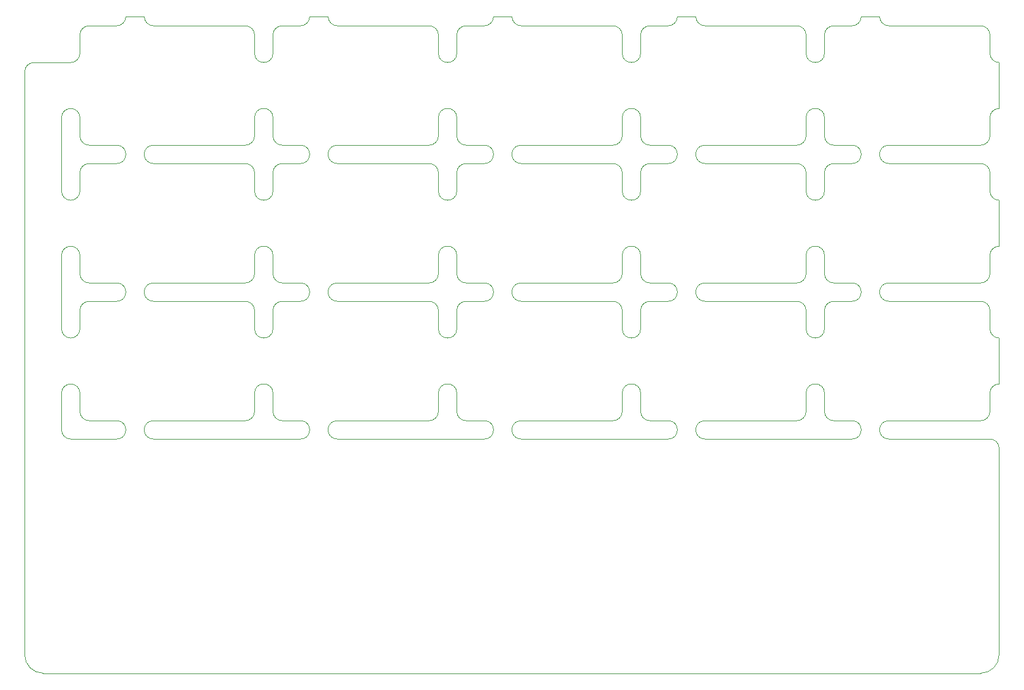
<source format=gbr>
%TF.GenerationSoftware,KiCad,Pcbnew,(6.0.0)*%
%TF.CreationDate,2022-08-09T18:09:24+02:00*%
%TF.ProjectId,matrix,6d617472-6978-42e6-9b69-6361645f7063,rev?*%
%TF.SameCoordinates,Original*%
%TF.FileFunction,Profile,NP*%
%FSLAX46Y46*%
G04 Gerber Fmt 4.6, Leading zero omitted, Abs format (unit mm)*
G04 Created by KiCad (PCBNEW (6.0.0)) date 2022-08-09 18:09:24*
%MOMM*%
%LPD*%
G01*
G04 APERTURE LIST*
%TA.AperFunction,Profile*%
%ADD10C,0.100000*%
%TD*%
G04 APERTURE END LIST*
D10*
X-508000000Y79375000D02*
X-508000000Y73025000D01*
X-619125000Y103505000D02*
X-612140000Y103505000D01*
X-600710000Y123825000D02*
G75*
G03*
X-599440000Y122555000I1269999J-1D01*
G01*
X-636270000Y98425000D02*
G75*
G03*
X-635000000Y99695000I1J1269999D01*
G01*
X-604520000Y103505000D02*
G75*
G03*
X-604520000Y106045000I0J1270000D01*
G01*
X-635000000Y109855000D02*
G75*
G03*
X-636270000Y111125000I-1269999J1D01*
G01*
X-635000000Y83185000D02*
X-635000000Y80645000D01*
X-608330000Y71755000D02*
G75*
G03*
X-610870000Y71755000I-1270000J0D01*
G01*
X-586740000Y106045000D02*
X-599440000Y106045000D01*
X-577850000Y123825000D02*
X-575310000Y123825000D01*
X-534670000Y121285000D02*
G75*
G03*
X-535940000Y122555000I-1269999J1D01*
G01*
X-593725000Y65405000D02*
X-586740000Y65405000D01*
X-635000000Y107315000D02*
X-635000000Y109855000D01*
X-528955000Y103505000D02*
X-528320000Y103505000D01*
X-532130000Y83185000D02*
X-532130000Y80645000D01*
X-532130000Y107315000D02*
X-532130000Y109855000D01*
X-523240000Y67945000D02*
X-510540000Y67945000D01*
X-574040000Y106045000D02*
G75*
G03*
X-574040000Y103505000I0J-1270000D01*
G01*
X-534670000Y83185000D02*
G75*
G03*
X-535940000Y84455000I-1269999J1D01*
G01*
X-593725000Y84455000D02*
X-599440000Y84455000D01*
X-632460000Y122555000D02*
X-629920000Y122555000D01*
X-579755000Y103505000D02*
X-579120000Y103505000D01*
X-585470000Y83185000D02*
X-585470000Y80645000D01*
X-528320000Y106045000D02*
X-530860000Y106045000D01*
X-582930000Y102235000D02*
X-582930000Y99695000D01*
X-548640000Y122555000D02*
X-535940000Y122555000D01*
X-637540000Y90805000D02*
X-637540000Y80645000D01*
X-535940000Y67945000D02*
G75*
G03*
X-534670000Y69215000I1J1269999D01*
G01*
X-579755000Y65405000D02*
X-579120000Y65405000D01*
X-508000000Y111125000D02*
G75*
G03*
X-509270000Y109855000I-1J-1269999D01*
G01*
X-585470000Y80645000D02*
G75*
G03*
X-582930000Y80645000I1270000J0D01*
G01*
X-612140000Y67945000D02*
G75*
G03*
X-610870000Y69215000I1J1269999D01*
G01*
X-582930000Y88265000D02*
X-582930000Y90805000D01*
X-636270000Y65405000D02*
X-629920000Y65405000D01*
X-542925000Y103505000D02*
X-535940000Y103505000D01*
X-607060000Y103505000D02*
X-605155000Y103505000D01*
X-530860000Y122555000D02*
X-528320000Y122555000D01*
X-624840000Y106045000D02*
G75*
G03*
X-624840000Y103505000I0J-1270000D01*
G01*
X-636270000Y117475000D02*
X-641350000Y117475000D01*
X-635000000Y107315000D02*
G75*
G03*
X-633730000Y106045000I1269999J-1D01*
G01*
X-581660000Y122555000D02*
X-579120000Y122555000D01*
X-534670000Y99695000D02*
G75*
G03*
X-532130000Y99695000I1270000J0D01*
G01*
X-535940000Y106045000D02*
G75*
G03*
X-534670000Y107315000I1J1269999D01*
G01*
X-534670000Y102235000D02*
G75*
G03*
X-535940000Y103505000I-1269999J1D01*
G01*
X-535940000Y106045000D02*
X-548640000Y106045000D01*
X-509270000Y107315000D02*
X-509270000Y109855000D01*
X-579120000Y86995000D02*
X-581660000Y86995000D01*
X-530860000Y84455000D02*
G75*
G03*
X-532130000Y83185000I-1J-1269999D01*
G01*
X-532130000Y69215000D02*
G75*
G03*
X-530860000Y67945000I1269999J-1D01*
G01*
X-637540000Y80645000D02*
G75*
G03*
X-636270000Y79375000I1269999J-1D01*
G01*
X-528320000Y67945000D02*
X-530860000Y67945000D01*
X-553720000Y65405000D02*
G75*
G03*
X-553720000Y67945000I0J1270000D01*
G01*
X-624840000Y67945000D02*
G75*
G03*
X-624840000Y65405000I0J-1270000D01*
G01*
X-636270000Y79375000D02*
G75*
G03*
X-635000000Y80645000I1J1269999D01*
G01*
X-528955000Y84455000D02*
X-528320000Y84455000D01*
X-633730000Y67945000D02*
X-629920000Y67945000D01*
X-534670000Y80645000D02*
G75*
G03*
X-532130000Y80645000I1270000J0D01*
G01*
X-619125000Y65405000D02*
X-612140000Y65405000D01*
X-635000000Y69215000D02*
G75*
G03*
X-633730000Y67945000I1269999J-1D01*
G01*
X-568325000Y103505000D02*
X-574040000Y103505000D01*
X-579120000Y103505000D02*
G75*
G03*
X-579120000Y106045000I0J1270000D01*
G01*
X-582930000Y107315000D02*
G75*
G03*
X-581660000Y106045000I1269999J-1D01*
G01*
X-599440000Y122555000D02*
X-586740000Y122555000D01*
X-624840000Y86995000D02*
G75*
G03*
X-624840000Y84455000I0J-1270000D01*
G01*
X-560070000Y102235000D02*
X-560070000Y99695000D01*
X-557530000Y69215000D02*
X-557530000Y71755000D01*
X-604520000Y65405000D02*
G75*
G03*
X-604520000Y67945000I0J1270000D01*
G01*
X-581660000Y103505000D02*
G75*
G03*
X-582930000Y102235000I-1J-1269999D01*
G01*
X-626110000Y123825000D02*
G75*
G03*
X-624840000Y122555000I1269999J-1D01*
G01*
X-508000000Y64135000D02*
X-508000000Y35560000D01*
X-548640000Y106045000D02*
G75*
G03*
X-548640000Y103505000I0J-1270000D01*
G01*
X-604520000Y67945000D02*
X-607060000Y67945000D01*
X-585470000Y121285000D02*
X-585470000Y118745000D01*
X-635000000Y90805000D02*
G75*
G03*
X-636270000Y92075000I-1269999J1D01*
G01*
X-534670000Y107315000D02*
X-534670000Y109855000D01*
X-610870000Y80645000D02*
G75*
G03*
X-608330000Y80645000I1270000J0D01*
G01*
X-593725000Y103505000D02*
X-599440000Y103505000D01*
X-586740000Y65405000D02*
X-579755000Y65405000D01*
X-535940000Y86995000D02*
G75*
G03*
X-534670000Y88265000I1J1269999D01*
G01*
X-633730000Y122555000D02*
G75*
G03*
X-635000000Y121285000I-1J-1269999D01*
G01*
X-509270000Y121285000D02*
X-509270000Y118745000D01*
X-508000000Y117475000D02*
X-508000000Y111125000D01*
X-635000000Y121285000D02*
X-635000000Y118745000D01*
X-509270000Y88265000D02*
X-509270000Y90805000D01*
X-508000000Y73025000D02*
G75*
G03*
X-509270000Y71755000I-1J-1269999D01*
G01*
X-574040000Y122555000D02*
X-561340000Y122555000D01*
X-635000000Y102235000D02*
X-635000000Y99695000D01*
X-560070000Y121285000D02*
X-560070000Y118745000D01*
X-542925000Y103505000D02*
X-548640000Y103505000D01*
X-528320000Y84455000D02*
G75*
G03*
X-528320000Y86995000I0J1270000D01*
G01*
X-579755000Y84455000D02*
X-579120000Y84455000D01*
X-582930000Y71755000D02*
G75*
G03*
X-585470000Y71755000I-1270000J0D01*
G01*
X-574040000Y86995000D02*
G75*
G03*
X-574040000Y84455000I0J-1270000D01*
G01*
X-610870000Y99695000D02*
G75*
G03*
X-608330000Y99695000I1270000J0D01*
G01*
X-560070000Y99695000D02*
G75*
G03*
X-557530000Y99695000I1270000J0D01*
G01*
X-629920000Y84455000D02*
G75*
G03*
X-629920000Y86995000I0J1270000D01*
G01*
X-553720000Y67945000D02*
X-556260000Y67945000D01*
X-508000000Y64135000D02*
G75*
G03*
X-509270000Y65405000I-1269999J1D01*
G01*
X-642620000Y35560000D02*
G75*
G03*
X-640080000Y33020000I2540001J1D01*
G01*
X-509270000Y99695000D02*
G75*
G03*
X-508000000Y98425000I1269999J-1D01*
G01*
X-586740000Y86995000D02*
X-599440000Y86995000D01*
X-608330000Y88265000D02*
X-608330000Y90805000D01*
X-561340000Y67945000D02*
X-574040000Y67945000D01*
X-509270000Y118745000D02*
G75*
G03*
X-508000000Y117475000I1269999J-1D01*
G01*
X-608330000Y69215000D02*
X-608330000Y71755000D01*
X-534670000Y121285000D02*
X-534670000Y118745000D01*
X-568325000Y103505000D02*
X-561340000Y103505000D01*
X-509270000Y83185000D02*
G75*
G03*
X-510540000Y84455000I-1269999J1D01*
G01*
X-561340000Y65405000D02*
X-554355000Y65405000D01*
X-633730000Y86995000D02*
X-629920000Y86995000D01*
X-509270000Y102235000D02*
X-509270000Y99695000D01*
X-557530000Y109855000D02*
G75*
G03*
X-560070000Y109855000I-1270000J0D01*
G01*
X-560070000Y107315000D02*
X-560070000Y109855000D01*
X-557530000Y107315000D02*
G75*
G03*
X-556260000Y106045000I1269999J-1D01*
G01*
X-607060000Y84455000D02*
X-605155000Y84455000D01*
X-610870000Y88265000D02*
X-610870000Y90805000D01*
X-608330000Y109855000D02*
G75*
G03*
X-610870000Y109855000I-1270000J0D01*
G01*
X-585470000Y118745000D02*
G75*
G03*
X-582930000Y118745000I1270000J0D01*
G01*
X-549910000Y123825000D02*
G75*
G03*
X-548640000Y122555000I1269999J-1D01*
G01*
X-530860000Y122555000D02*
G75*
G03*
X-532130000Y121285000I-1J-1269999D01*
G01*
X-524510000Y123825000D02*
G75*
G03*
X-523240000Y122555000I1269999J-1D01*
G01*
X-628650000Y123825000D02*
X-626110000Y123825000D01*
X-557530000Y107315000D02*
X-557530000Y109855000D01*
X-612140000Y65405000D02*
X-605155000Y65405000D01*
X-556260000Y103505000D02*
X-554355000Y103505000D01*
X-561340000Y86995000D02*
G75*
G03*
X-560070000Y88265000I1J1269999D01*
G01*
X-532130000Y88265000D02*
G75*
G03*
X-530860000Y86995000I1269999J-1D01*
G01*
X-608330000Y69215000D02*
G75*
G03*
X-607060000Y67945000I1269999J-1D01*
G01*
X-535940000Y86995000D02*
X-548640000Y86995000D01*
X-532130000Y88265000D02*
X-532130000Y90805000D01*
X-557530000Y90805000D02*
G75*
G03*
X-560070000Y90805000I-1270000J0D01*
G01*
X-557530000Y71755000D02*
G75*
G03*
X-560070000Y71755000I-1270000J0D01*
G01*
X-556260000Y122555000D02*
G75*
G03*
X-557530000Y121285000I-1J-1269999D01*
G01*
X-552450000Y123825000D02*
X-549910000Y123825000D01*
X-582930000Y88265000D02*
G75*
G03*
X-581660000Y86995000I1269999J-1D01*
G01*
X-510540000Y106045000D02*
G75*
G03*
X-509270000Y107315000I1J1269999D01*
G01*
X-636270000Y111125000D02*
G75*
G03*
X-637540000Y109855000I-1J-1269999D01*
G01*
X-523240000Y67945000D02*
G75*
G03*
X-523240000Y65405000I0J-1270000D01*
G01*
X-560070000Y83185000D02*
X-560070000Y80645000D01*
X-579120000Y67945000D02*
X-581660000Y67945000D01*
X-523240000Y86995000D02*
G75*
G03*
X-523240000Y84455000I0J-1270000D01*
G01*
X-534670000Y102235000D02*
X-534670000Y99695000D01*
X-528955000Y65405000D02*
X-528320000Y65405000D01*
X-560070000Y118745000D02*
G75*
G03*
X-557530000Y118745000I1270000J0D01*
G01*
X-554355000Y103505000D02*
X-553720000Y103505000D01*
X-612140000Y106045000D02*
G75*
G03*
X-610870000Y107315000I1J1269999D01*
G01*
X-593725000Y65405000D02*
X-599440000Y65405000D01*
X-532130000Y102235000D02*
X-532130000Y99695000D01*
X-527050000Y123825000D02*
X-524510000Y123825000D01*
X-509270000Y121285000D02*
G75*
G03*
X-510540000Y122555000I-1269999J1D01*
G01*
X-535940000Y65405000D02*
X-528955000Y65405000D01*
X-510540000Y33020000D02*
G75*
G03*
X-508000000Y35560000I-1J2540001D01*
G01*
X-553720000Y86995000D02*
X-556260000Y86995000D01*
X-586740000Y86995000D02*
G75*
G03*
X-585470000Y88265000I1J1269999D01*
G01*
X-530860000Y103505000D02*
X-528955000Y103505000D01*
X-633730000Y122555000D02*
X-632460000Y122555000D01*
X-542925000Y84455000D02*
X-535940000Y84455000D01*
X-534670000Y88265000D02*
X-534670000Y90805000D01*
X-608330000Y88265000D02*
G75*
G03*
X-607060000Y86995000I1269999J-1D01*
G01*
X-561340000Y106045000D02*
X-574040000Y106045000D01*
X-528320000Y103505000D02*
G75*
G03*
X-528320000Y106045000I0J1270000D01*
G01*
X-568325000Y65405000D02*
X-574040000Y65405000D01*
X-557530000Y88265000D02*
G75*
G03*
X-556260000Y86995000I1269999J-1D01*
G01*
X-510540000Y67945000D02*
G75*
G03*
X-509270000Y69215000I1J1269999D01*
G01*
X-553720000Y122555000D02*
G75*
G03*
X-552450000Y123825000I1J1269999D01*
G01*
X-523240000Y106045000D02*
X-510540000Y106045000D01*
X-640080000Y33020000D02*
X-510540000Y33020000D01*
X-599440000Y67945000D02*
G75*
G03*
X-599440000Y65405000I0J-1270000D01*
G01*
X-612140000Y86995000D02*
G75*
G03*
X-610870000Y88265000I1J1269999D01*
G01*
X-548640000Y67945000D02*
G75*
G03*
X-548640000Y65405000I0J-1270000D01*
G01*
X-581660000Y84455000D02*
X-579755000Y84455000D01*
X-523240000Y86995000D02*
X-510540000Y86995000D01*
X-532130000Y90805000D02*
G75*
G03*
X-534670000Y90805000I-1270000J0D01*
G01*
X-633730000Y106045000D02*
X-629920000Y106045000D01*
X-633730000Y103505000D02*
G75*
G03*
X-635000000Y102235000I-1J-1269999D01*
G01*
X-528320000Y86995000D02*
X-530860000Y86995000D01*
X-561340000Y86995000D02*
X-574040000Y86995000D01*
X-534670000Y69215000D02*
X-534670000Y71755000D01*
X-532130000Y109855000D02*
G75*
G03*
X-534670000Y109855000I-1270000J0D01*
G01*
X-619125000Y103505000D02*
X-624840000Y103505000D01*
X-542925000Y65405000D02*
X-535940000Y65405000D01*
X-557530000Y88265000D02*
X-557530000Y90805000D01*
X-633730000Y103505000D02*
X-629920000Y103505000D01*
X-528320000Y122555000D02*
G75*
G03*
X-527050000Y123825000I1J1269999D01*
G01*
X-556260000Y122555000D02*
X-553720000Y122555000D01*
X-548640000Y86995000D02*
G75*
G03*
X-548640000Y84455000I0J-1270000D01*
G01*
X-523240000Y65405000D02*
X-509270000Y65405000D01*
X-610870000Y121285000D02*
G75*
G03*
X-612140000Y122555000I-1269999J1D01*
G01*
X-636270000Y92075000D02*
G75*
G03*
X-637540000Y90805000I-1J-1269999D01*
G01*
X-608330000Y102235000D02*
X-608330000Y99695000D01*
X-607060000Y103505000D02*
G75*
G03*
X-608330000Y102235000I-1J-1269999D01*
G01*
X-532130000Y71755000D02*
G75*
G03*
X-534670000Y71755000I-1270000J0D01*
G01*
X-532130000Y69215000D02*
X-532130000Y71755000D01*
X-593725000Y103505000D02*
X-586740000Y103505000D01*
X-612140000Y86995000D02*
X-624840000Y86995000D01*
X-629920000Y122555000D02*
G75*
G03*
X-628650000Y123825000I1J1269999D01*
G01*
X-523240000Y106045000D02*
G75*
G03*
X-523240000Y103505000I0J-1270000D01*
G01*
X-523240000Y122555000D02*
X-510540000Y122555000D01*
X-582930000Y107315000D02*
X-582930000Y109855000D01*
X-637540000Y109855000D02*
X-637540000Y99695000D01*
X-610870000Y83185000D02*
X-610870000Y80645000D01*
X-610870000Y83185000D02*
G75*
G03*
X-612140000Y84455000I-1269999J1D01*
G01*
X-585470000Y107315000D02*
X-585470000Y109855000D01*
X-528320000Y65405000D02*
G75*
G03*
X-528320000Y67945000I0J1270000D01*
G01*
X-610870000Y102235000D02*
G75*
G03*
X-612140000Y103505000I-1269999J1D01*
G01*
X-508000000Y92075000D02*
G75*
G03*
X-509270000Y90805000I-1J-1269999D01*
G01*
X-610870000Y102235000D02*
X-610870000Y99695000D01*
X-604520000Y86995000D02*
X-607060000Y86995000D01*
X-553720000Y103505000D02*
G75*
G03*
X-553720000Y106045000I0J1270000D01*
G01*
X-509270000Y80645000D02*
G75*
G03*
X-508000000Y79375000I1269999J-1D01*
G01*
X-586740000Y106045000D02*
G75*
G03*
X-585470000Y107315000I1J1269999D01*
G01*
X-604520000Y106045000D02*
X-607060000Y106045000D01*
X-556260000Y103505000D02*
G75*
G03*
X-557530000Y102235000I-1J-1269999D01*
G01*
X-560070000Y69215000D02*
X-560070000Y71755000D01*
X-542925000Y65405000D02*
X-548640000Y65405000D01*
X-532130000Y121285000D02*
X-532130000Y118745000D01*
X-535940000Y67945000D02*
X-548640000Y67945000D01*
X-568325000Y84455000D02*
X-561340000Y84455000D01*
X-557530000Y69215000D02*
G75*
G03*
X-556260000Y67945000I1269999J-1D01*
G01*
X-557530000Y102235000D02*
X-557530000Y99695000D01*
X-586740000Y67945000D02*
X-599440000Y67945000D01*
X-568325000Y84455000D02*
X-574040000Y84455000D01*
X-560070000Y121285000D02*
G75*
G03*
X-561340000Y122555000I-1269999J1D01*
G01*
X-633730000Y84455000D02*
X-629920000Y84455000D01*
X-619125000Y84455000D02*
X-612140000Y84455000D01*
X-534670000Y118745000D02*
G75*
G03*
X-532130000Y118745000I1270000J0D01*
G01*
X-605155000Y65405000D02*
X-604520000Y65405000D01*
X-607060000Y84455000D02*
G75*
G03*
X-608330000Y83185000I-1J-1269999D01*
G01*
X-610870000Y107315000D02*
X-610870000Y109855000D01*
X-530860000Y103505000D02*
G75*
G03*
X-532130000Y102235000I-1J-1269999D01*
G01*
X-530860000Y84455000D02*
X-528955000Y84455000D01*
X-532130000Y107315000D02*
G75*
G03*
X-530860000Y106045000I1269999J-1D01*
G01*
X-579120000Y122555000D02*
G75*
G03*
X-577850000Y123825000I1J1269999D01*
G01*
X-560070000Y102235000D02*
G75*
G03*
X-561340000Y103505000I-1269999J1D01*
G01*
X-581660000Y84455000D02*
G75*
G03*
X-582930000Y83185000I-1J-1269999D01*
G01*
X-582930000Y90805000D02*
G75*
G03*
X-585470000Y90805000I-1270000J0D01*
G01*
X-509270000Y69215000D02*
X-509270000Y71755000D01*
X-642620000Y116205000D02*
X-642620000Y35560000D01*
X-557530000Y121285000D02*
X-557530000Y118745000D01*
X-582930000Y69215000D02*
G75*
G03*
X-581660000Y67945000I1269999J-1D01*
G01*
X-561340000Y106045000D02*
G75*
G03*
X-560070000Y107315000I1J1269999D01*
G01*
X-585470000Y99695000D02*
G75*
G03*
X-582930000Y99695000I1270000J0D01*
G01*
X-560070000Y88265000D02*
X-560070000Y90805000D01*
X-560070000Y83185000D02*
G75*
G03*
X-561340000Y84455000I-1269999J1D01*
G01*
X-619125000Y84455000D02*
X-624840000Y84455000D01*
X-585470000Y102235000D02*
G75*
G03*
X-586740000Y103505000I-1269999J1D01*
G01*
X-629920000Y103505000D02*
G75*
G03*
X-629920000Y106045000I0J1270000D01*
G01*
X-554355000Y65405000D02*
X-553720000Y65405000D01*
X-610870000Y118745000D02*
G75*
G03*
X-608330000Y118745000I1270000J0D01*
G01*
X-635000000Y88265000D02*
X-635000000Y90805000D01*
X-581660000Y122555000D02*
G75*
G03*
X-582930000Y121285000I-1J-1269999D01*
G01*
X-612140000Y67945000D02*
X-624840000Y67945000D01*
X-605155000Y84455000D02*
X-604520000Y84455000D01*
X-579120000Y106045000D02*
X-581660000Y106045000D01*
X-556260000Y84455000D02*
G75*
G03*
X-557530000Y83185000I-1J-1269999D01*
G01*
X-586740000Y67945000D02*
G75*
G03*
X-585470000Y69215000I1J1269999D01*
G01*
X-585470000Y83185000D02*
G75*
G03*
X-586740000Y84455000I-1269999J1D01*
G01*
X-509270000Y102235000D02*
G75*
G03*
X-510540000Y103505000I-1269999J1D01*
G01*
X-582930000Y109855000D02*
G75*
G03*
X-585470000Y109855000I-1270000J0D01*
G01*
X-629920000Y65405000D02*
G75*
G03*
X-629920000Y67945000I0J1270000D01*
G01*
X-604520000Y122555000D02*
G75*
G03*
X-603250000Y123825000I1J1269999D01*
G01*
X-637540000Y71755000D02*
X-637540000Y66675000D01*
X-605155000Y103505000D02*
X-604520000Y103505000D01*
X-635000000Y69215000D02*
X-635000000Y71755000D01*
X-608330000Y90805000D02*
G75*
G03*
X-610870000Y90805000I-1270000J0D01*
G01*
X-585470000Y88265000D02*
X-585470000Y90805000D01*
X-582930000Y121285000D02*
X-582930000Y118745000D01*
X-582930000Y83185000D02*
X-582930000Y80645000D01*
X-582930000Y69215000D02*
X-582930000Y71755000D01*
X-608330000Y107315000D02*
X-608330000Y109855000D01*
X-610870000Y121285000D02*
X-610870000Y118745000D01*
X-637540000Y99695000D02*
G75*
G03*
X-636270000Y98425000I1269999J-1D01*
G01*
X-607060000Y122555000D02*
G75*
G03*
X-608330000Y121285000I-1J-1269999D01*
G01*
X-554355000Y84455000D02*
X-553720000Y84455000D01*
X-581660000Y103505000D02*
X-579755000Y103505000D01*
X-585470000Y102235000D02*
X-585470000Y99695000D01*
X-608330000Y121285000D02*
X-608330000Y118745000D01*
X-599440000Y106045000D02*
G75*
G03*
X-599440000Y103505000I0J-1270000D01*
G01*
X-607060000Y122555000D02*
X-604520000Y122555000D01*
X-585470000Y69215000D02*
X-585470000Y71755000D01*
X-561340000Y67945000D02*
G75*
G03*
X-560070000Y69215000I1J1269999D01*
G01*
X-557530000Y83185000D02*
X-557530000Y80645000D01*
X-509270000Y83185000D02*
X-509270000Y80645000D01*
X-603250000Y123825000D02*
X-600710000Y123825000D01*
X-553720000Y84455000D02*
G75*
G03*
X-553720000Y86995000I0J1270000D01*
G01*
X-508000000Y98425000D02*
X-508000000Y92075000D01*
X-542925000Y84455000D02*
X-548640000Y84455000D01*
X-641350000Y117475000D02*
G75*
G03*
X-642620000Y116205000I-1J-1269999D01*
G01*
X-593725000Y84455000D02*
X-586740000Y84455000D01*
X-636270000Y117475000D02*
G75*
G03*
X-635000000Y118745000I1J1269999D01*
G01*
X-624840000Y122555000D02*
X-612140000Y122555000D01*
X-579120000Y65405000D02*
G75*
G03*
X-579120000Y67945000I0J1270000D01*
G01*
X-637540000Y66675000D02*
G75*
G03*
X-636270000Y65405000I1269999J-1D01*
G01*
X-574040000Y67945000D02*
G75*
G03*
X-574040000Y65405000I0J-1270000D01*
G01*
X-608330000Y83185000D02*
X-608330000Y80645000D01*
X-534670000Y83185000D02*
X-534670000Y80645000D01*
X-608330000Y107315000D02*
G75*
G03*
X-607060000Y106045000I1269999J-1D01*
G01*
X-636270000Y73025000D02*
G75*
G03*
X-637540000Y71755000I-1J-1269999D01*
G01*
X-635000000Y71755000D02*
G75*
G03*
X-636270000Y73025000I-1269999J1D01*
G01*
X-523240000Y84455000D02*
X-510540000Y84455000D01*
X-604520000Y84455000D02*
G75*
G03*
X-604520000Y86995000I0J1270000D01*
G01*
X-619125000Y65405000D02*
X-624840000Y65405000D01*
X-633730000Y84455000D02*
G75*
G03*
X-635000000Y83185000I-1J-1269999D01*
G01*
X-575310000Y123825000D02*
G75*
G03*
X-574040000Y122555000I1269999J-1D01*
G01*
X-510540000Y86995000D02*
G75*
G03*
X-509270000Y88265000I1J1269999D01*
G01*
X-553720000Y106045000D02*
X-556260000Y106045000D01*
X-599440000Y86995000D02*
G75*
G03*
X-599440000Y84455000I0J-1270000D01*
G01*
X-556260000Y84455000D02*
X-554355000Y84455000D01*
X-560070000Y80645000D02*
G75*
G03*
X-557530000Y80645000I1270000J0D01*
G01*
X-523240000Y103505000D02*
X-510540000Y103505000D01*
X-585470000Y121285000D02*
G75*
G03*
X-586740000Y122555000I-1269999J1D01*
G01*
X-568325000Y65405000D02*
X-561340000Y65405000D01*
X-612140000Y106045000D02*
X-624840000Y106045000D01*
X-635000000Y88265000D02*
G75*
G03*
X-633730000Y86995000I1269999J-1D01*
G01*
X-610870000Y69215000D02*
X-610870000Y71755000D01*
X-579120000Y84455000D02*
G75*
G03*
X-579120000Y86995000I0J1270000D01*
G01*
M02*

</source>
